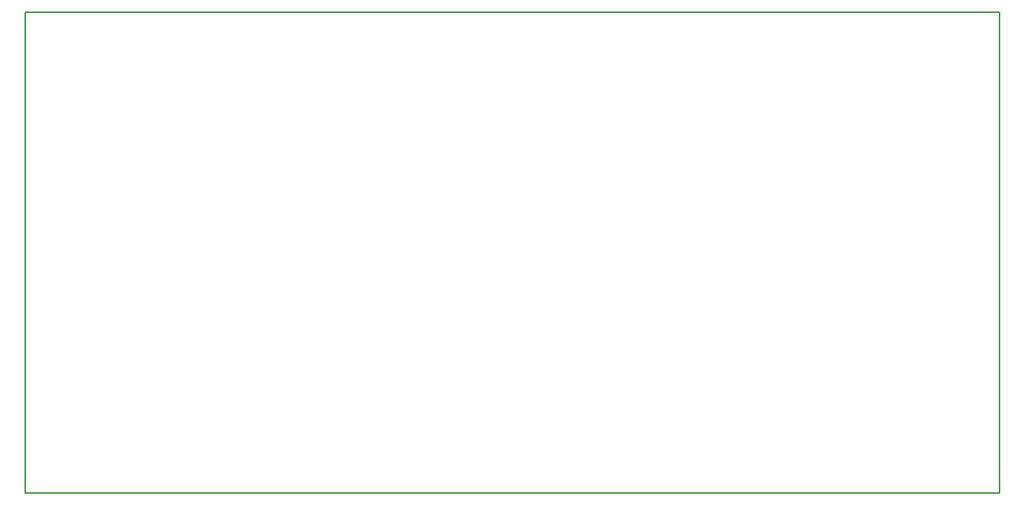
<source format=gbr>
G04 #@! TF.FileFunction,Profile,NP*
%FSLAX46Y46*%
G04 Gerber Fmt 4.6, Leading zero omitted, Abs format (unit mm)*
G04 Created by KiCad (PCBNEW 4.0.1-3.201512221402+6198~38~ubuntu15.04.1-stable) date Sat 16 Apr 2016 12:43:45 PM EDT*
%MOMM*%
G01*
G04 APERTURE LIST*
%ADD10C,0.100000*%
%ADD11C,0.150000*%
G04 APERTURE END LIST*
D10*
D11*
X120650000Y-106680000D02*
X120650000Y-53340000D01*
X228600000Y-106680000D02*
X120650000Y-106680000D01*
X228600000Y-53340000D02*
X228600000Y-106680000D01*
X120650000Y-53340000D02*
X228600000Y-53340000D01*
M02*

</source>
